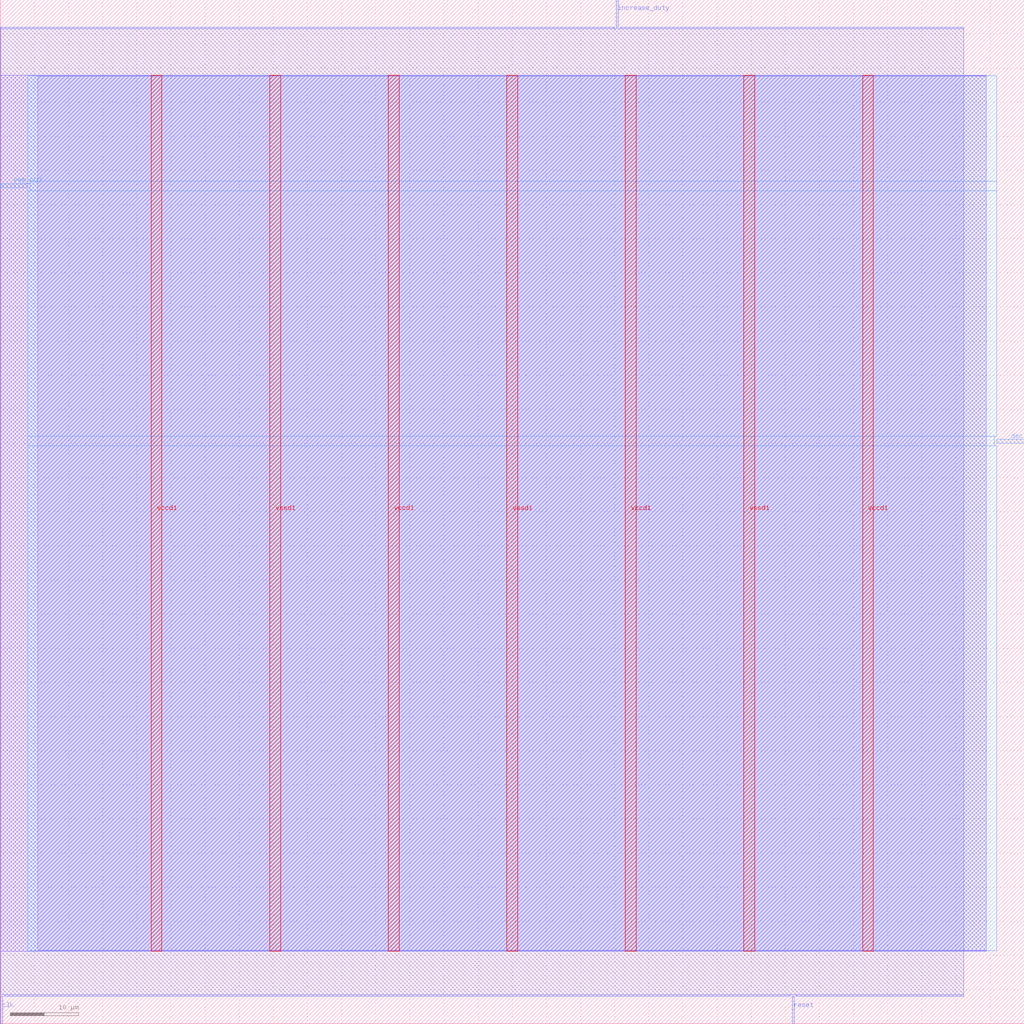
<source format=lef>
VERSION 5.7 ;
  NOWIREEXTENSIONATPIN ON ;
  DIVIDERCHAR "/" ;
  BUSBITCHARS "[]" ;
MACRO iiitb_pwm_gen
  CLASS BLOCK ;
  FOREIGN iiitb_pwm_gen ;
  ORIGIN 0.000 0.000 ;
  SIZE 150.000 BY 150.000 ;
  PIN PWM_OUT
    DIRECTION OUTPUT TRISTATE ;
    USE SIGNAL ;
    PORT
      LAYER met3 ;
        RECT 0.000 122.440 4.000 123.040 ;
    END
  END PWM_OUT
  PIN clk
    DIRECTION INPUT ;
    USE SIGNAL ;
    PORT
      LAYER met2 ;
        RECT 0.090 0.000 0.370 4.000 ;
    END
  END clk
  PIN decrease_duty
    DIRECTION INPUT ;
    USE SIGNAL ;
    PORT
      LAYER met3 ;
        RECT 146.000 85.040 150.000 85.640 ;
    END
  END decrease_duty
  PIN increase_duty
    DIRECTION INPUT ;
    USE SIGNAL ;
    PORT
      LAYER met2 ;
        RECT 90.250 146.000 90.530 150.000 ;
    END
  END increase_duty
  PIN reset
    DIRECTION INPUT ;
    USE SIGNAL ;
    PORT
      LAYER met2 ;
        RECT 116.010 0.000 116.290 4.000 ;
    END
  END reset
  PIN vccd1
    DIRECTION INOUT ;
    USE POWER ;
    PORT
      LAYER met4 ;
        RECT 22.090 10.640 23.690 138.960 ;
    END
    PORT
      LAYER met4 ;
        RECT 56.830 10.640 58.430 138.960 ;
    END
    PORT
      LAYER met4 ;
        RECT 91.570 10.640 93.170 138.960 ;
    END
    PORT
      LAYER met4 ;
        RECT 126.310 10.640 127.910 138.960 ;
    END
  END vccd1
  PIN vssd1
    DIRECTION INOUT ;
    USE GROUND ;
    PORT
      LAYER met4 ;
        RECT 39.460 10.640 41.060 138.960 ;
    END
    PORT
      LAYER met4 ;
        RECT 74.200 10.640 75.800 138.960 ;
    END
    PORT
      LAYER met4 ;
        RECT 108.940 10.640 110.540 138.960 ;
    END
  END vssd1
  OBS
      LAYER li1 ;
        RECT 5.520 10.795 144.440 138.805 ;
      LAYER met1 ;
        RECT 0.070 10.640 144.440 138.960 ;
      LAYER met2 ;
        RECT 0.100 145.720 89.970 146.000 ;
        RECT 90.810 145.720 141.130 146.000 ;
        RECT 0.100 4.280 141.130 145.720 ;
        RECT 0.650 4.000 115.730 4.280 ;
        RECT 116.570 4.000 141.130 4.280 ;
      LAYER met3 ;
        RECT 4.000 123.440 146.000 138.885 ;
        RECT 4.400 122.040 146.000 123.440 ;
        RECT 4.000 86.040 146.000 122.040 ;
        RECT 4.000 84.640 145.600 86.040 ;
        RECT 4.000 10.715 146.000 84.640 ;
  END
END iiitb_pwm_gen
END LIBRARY


</source>
